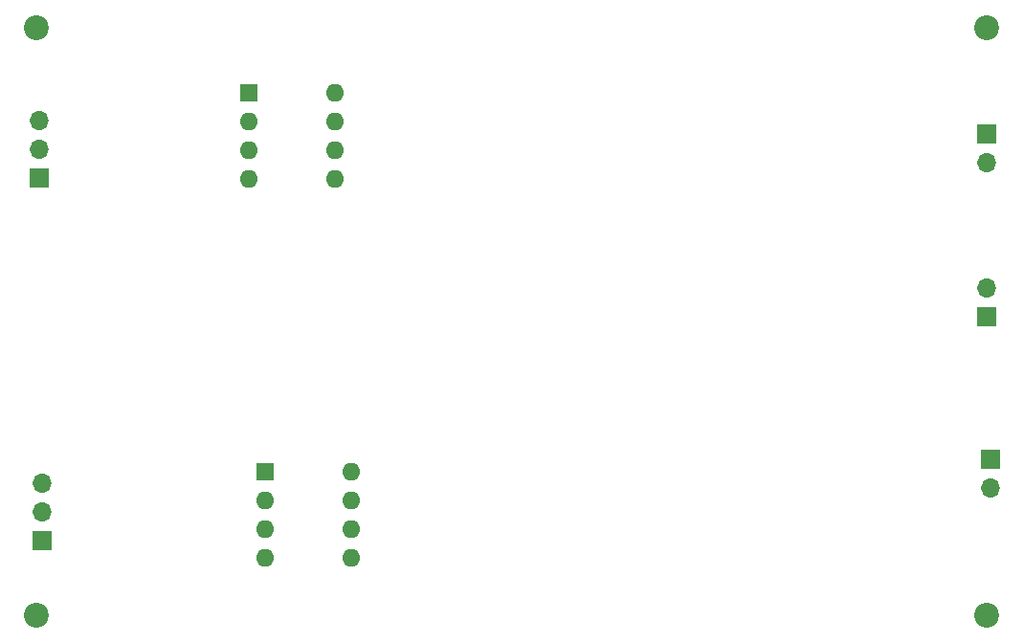
<source format=gbr>
%TF.GenerationSoftware,KiCad,Pcbnew,(6.99.0)*%
%TF.CreationDate,2022-07-26T17:29:39-07:00*%
%TF.ProjectId,eog-pcb-kicad,656f672d-7063-4622-9d6b-696361642e6b,rev?*%
%TF.SameCoordinates,Original*%
%TF.FileFunction,Soldermask,Bot*%
%TF.FilePolarity,Negative*%
%FSLAX46Y46*%
G04 Gerber Fmt 4.6, Leading zero omitted, Abs format (unit mm)*
G04 Created by KiCad (PCBNEW (6.99.0)) date 2022-07-26 17:29:39*
%MOMM*%
%LPD*%
G01*
G04 APERTURE LIST*
%ADD10R,1.700000X1.700000*%
%ADD11O,1.700000X1.700000*%
%ADD12C,2.200000*%
%ADD13R,1.600000X1.600000*%
%ADD14O,1.600000X1.600000*%
G04 APERTURE END LIST*
D10*
%TO.C,J3*%
X184143000Y-78331000D03*
D11*
X184143000Y-80871000D03*
%TD*%
D12*
%TO.C,H2*%
X184075500Y-68884000D03*
%TD*%
D10*
%TO.C,J6*%
X184406000Y-107043000D03*
D11*
X184406000Y-109583000D03*
%TD*%
D13*
%TO.C,U5*%
X120279000Y-108201000D03*
D14*
X120279000Y-110741000D03*
X120279000Y-113281000D03*
X120279000Y-115821000D03*
X127899000Y-115821000D03*
X127899000Y-113281000D03*
X127899000Y-110741000D03*
X127899000Y-108201000D03*
%TD*%
D13*
%TO.C,U2*%
X118818500Y-74673000D03*
D14*
X118818500Y-77213000D03*
X118818500Y-79753000D03*
X118818500Y-82293000D03*
X126438500Y-82293000D03*
X126438500Y-79753000D03*
X126438500Y-77213000D03*
X126438500Y-74673000D03*
%TD*%
D12*
%TO.C,H4*%
X100075500Y-120884000D03*
%TD*%
D10*
%TO.C,J1*%
X100295000Y-82206000D03*
D11*
X100295000Y-79666000D03*
X100295000Y-77126000D03*
%TD*%
D12*
%TO.C,H3*%
X184075500Y-120884000D03*
%TD*%
D10*
%TO.C,J4*%
X100584000Y-114297500D03*
D11*
X100584000Y-111757500D03*
X100584000Y-109217500D03*
%TD*%
D12*
%TO.C,H1*%
X100075500Y-68884000D03*
%TD*%
D10*
%TO.C,J2*%
X184086500Y-94475000D03*
D11*
X184086500Y-91935000D03*
%TD*%
M02*

</source>
